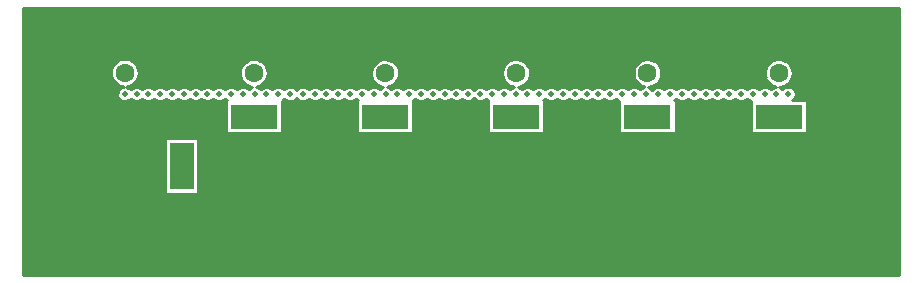
<source format=gbl>
G04 Layer_Physical_Order=2*
G04 Layer_Color=16711680*
%FSLAX25Y25*%
%MOIN*%
G70*
G01*
G75*
%ADD10C,0.01000*%
%ADD13C,0.15748*%
%ADD14R,0.15748X0.07874*%
%ADD15R,0.07874X0.15748*%
%ADD16C,0.06299*%
%ADD17R,0.07874X0.15748*%
%ADD18R,0.15748X0.07874*%
%ADD19C,0.05000*%
%ADD20C,0.01969*%
D10*
X258150Y69000D02*
X258044Y69986D01*
X257731Y70927D01*
X257226Y71781D01*
X256552Y72508D01*
X255739Y73075D01*
X254823Y73457D01*
X253848Y73637D01*
X252857Y73605D01*
X251895Y73364D01*
X251006Y72924D01*
X250231Y72306D01*
X249604Y71538D01*
X249154Y70653D01*
X248903Y69694D01*
X248860Y68704D01*
X249028Y67726D01*
X249400Y66807D01*
X249958Y65987D01*
X250678Y65305D01*
X251526Y64790D01*
X252463Y64467D01*
X214400Y69000D02*
X214293Y69988D01*
X213980Y70931D01*
X213473Y71786D01*
X212796Y72513D01*
X211979Y73080D01*
X211061Y73461D01*
X210084Y73638D01*
X209090Y73603D01*
X208127Y73357D01*
X207238Y72913D01*
X206464Y72290D01*
X205840Y71516D01*
X205395Y70628D01*
X205148Y69665D01*
X205112Y68672D01*
X205288Y67694D01*
X205667Y66776D01*
X206233Y65959D01*
X206960Y65281D01*
X207814Y64773D01*
X208756Y64458D01*
X253555Y64351D02*
X254581Y64478D01*
X255553Y64828D01*
X256424Y65385D01*
X257150Y66120D01*
X257696Y66997D01*
X258035Y67973D01*
X258150Y69000D01*
X259173Y62000D02*
X258963Y63000D01*
X258368Y63831D01*
X257489Y64352D01*
X256475Y64475D01*
X255497Y64180D01*
X254720Y63515D01*
X257927Y59847D02*
X258590Y60401D01*
X259023Y61149D01*
X259173Y62000D01*
X250783Y63515D02*
X250111Y64119D01*
X249267Y64443D01*
X248363D01*
X247519Y64119D01*
X246847Y63515D01*
X242910D02*
X242237Y64119D01*
X241393Y64443D01*
X240489D01*
X239645Y64119D01*
X238972Y63515D01*
X246847D02*
X246174Y64119D01*
X245330Y64443D01*
X244426D01*
X243582Y64119D01*
X242910Y63515D01*
X254720D02*
X253555Y64351D01*
X252463Y64467D02*
X251527Y64161D01*
X250783Y63515D01*
X209914Y64353D02*
X210921Y64500D01*
X211872Y64863D01*
X212722Y65424D01*
X213429Y66156D01*
X213959Y67025D01*
X214288Y67988D01*
X214400Y69000D01*
X235035Y63515D02*
X234363Y64119D01*
X233519Y64443D01*
X232615D01*
X231771Y64119D01*
X231099Y63515D01*
X238972D02*
X238300Y64119D01*
X237456Y64443D01*
X236552D01*
X235708Y64119D01*
X235035Y63515D01*
X227162D02*
X226489Y64119D01*
X225645Y64443D01*
X224741D01*
X223897Y64119D01*
X223224Y63515D01*
X231099D02*
X230426Y64119D01*
X229582Y64443D01*
X228678D01*
X227834Y64119D01*
X227162Y63515D01*
X223224D02*
X222552Y64119D01*
X221708Y64443D01*
X220804D01*
X219960Y64119D01*
X219287Y63515D01*
X218558Y59847D02*
X219287Y60485D01*
Y63515D02*
X218615Y64119D01*
X217771Y64443D01*
X216867D01*
X216023Y64119D01*
X215351Y63515D01*
X214628Y64149D01*
X213719Y64461D01*
X212760Y64405D01*
X211894Y63989D01*
X211250Y63275D01*
X208756Y64458D02*
X207861Y64143D01*
X207150Y63515D01*
X211250Y63275D02*
X210678Y63933D01*
X209914Y64353D01*
X203212Y63515D02*
X202540Y64119D01*
X201696Y64443D01*
X200792D01*
X199948Y64119D01*
X199276Y63515D01*
X207150D02*
X206477Y64119D01*
X205633Y64443D01*
X204729D01*
X203885Y64119D01*
X203212Y63515D01*
X195338D02*
X194666Y64119D01*
X193822Y64443D01*
X192918D01*
X192074Y64119D01*
X191402Y63515D01*
X199276D02*
X198603Y64119D01*
X197759Y64443D01*
X196855D01*
X196011Y64119D01*
X195338Y63515D01*
X187464D02*
X186792Y64119D01*
X185948Y64443D01*
X185044D01*
X184200Y64119D01*
X183528Y63515D01*
X191402D02*
X190729Y64119D01*
X189885Y64443D01*
X188981D01*
X188137Y64119D01*
X187464Y63515D01*
X179590D02*
X178918Y64119D01*
X178074Y64443D01*
X177170D01*
X176326Y64119D01*
X175654Y63515D01*
X183528D02*
X182855Y64119D01*
X182011Y64443D01*
X181107D01*
X180263Y64119D01*
X179590Y63515D01*
X175654D02*
X174981Y64119D01*
X174137Y64443D01*
X173233D01*
X172389Y64119D01*
X171716Y63515D01*
X174924Y59847D02*
X175654Y60485D01*
X171716Y63515D02*
X171044Y64119D01*
X170200Y64443D01*
X169296D01*
X168452Y64119D01*
X167780Y63515D01*
X170650Y69000D02*
X170541Y69999D01*
X170221Y70951D01*
X169703Y71812D01*
X169013Y72541D01*
X168182Y73106D01*
X167249Y73479D01*
X166258Y73642D01*
X165255Y73590D01*
X164287Y73322D01*
X163399Y72854D01*
X162632Y72205D01*
X162022Y71407D01*
X161598Y70496D01*
X161379Y69516D01*
X161376Y68511D01*
X161589Y67530D01*
X162008Y66617D01*
X162613Y65815D01*
X163376Y65162D01*
X164261Y64688D01*
X165228Y64415D01*
X166523Y64380D02*
X167467Y64588D01*
X168348Y64987D01*
X169127Y65559D01*
X169771Y66280D01*
X170252Y67119D01*
X170549Y68038D01*
X170650Y69000D01*
X163842Y63515D02*
X163170Y64119D01*
X162326Y64443D01*
X161422D01*
X160578Y64119D01*
X159906Y63515D01*
X159233Y64119D01*
X158389Y64443D01*
X157485D01*
X156641Y64119D01*
X155968Y63515D01*
X155287Y64125D01*
X154431Y64447D01*
X153517Y64437D01*
X152668Y64097D01*
X152000Y63474D01*
X165228Y64415D02*
X164458Y64084D01*
X163842Y63515D01*
X167780D02*
X167219Y64047D01*
X166523Y64380D01*
X155968Y60485D02*
X156699Y59847D01*
X148031Y63515D02*
X147359Y64119D01*
X146515Y64443D01*
X145611D01*
X144767Y64119D01*
X144095Y63515D01*
X152000Y63474D02*
X151332Y64097D01*
X150483Y64437D01*
X149569Y64447D01*
X148713Y64125D01*
X148031Y63515D01*
X144095D02*
X143422Y64119D01*
X142578Y64443D01*
X141674D01*
X140830Y64119D01*
X140157Y63515D01*
X136221D02*
X135548Y64119D01*
X134704Y64443D01*
X133800D01*
X132956Y64119D01*
X132283Y63515D01*
X140157D02*
X139485Y64119D01*
X138641Y64443D01*
X137737D01*
X136893Y64119D01*
X136221Y63515D01*
X131553Y59847D02*
X132283Y60485D01*
X242910D02*
X243453Y59965D01*
X244126Y59632D01*
X238972Y60485D02*
X239645Y59881D01*
X240489Y59557D01*
X241393D01*
X242237Y59881D01*
X242910Y60485D01*
X235035D02*
X235708Y59881D01*
X236552Y59557D01*
X237456D01*
X238300Y59881D01*
X238972Y60485D01*
X227162D02*
X227834Y59881D01*
X228678Y59557D01*
X229582D01*
X230426Y59881D01*
X231099Y60485D01*
X231771Y59881D01*
X232615Y59557D01*
X233519D01*
X234363Y59881D01*
X235035Y60485D01*
X219287D02*
X219960Y59881D01*
X220804Y59557D01*
X221708D01*
X222552Y59881D01*
X223224Y60485D01*
X223897Y59881D01*
X224741Y59557D01*
X225645D01*
X226489Y59881D01*
X227162Y60485D01*
X199276D02*
X200376Y59672D01*
X191402Y60485D02*
X192074Y59881D01*
X192918Y59557D01*
X193822D01*
X194666Y59881D01*
X195338Y60485D01*
X196011Y59881D01*
X196855Y59557D01*
X197759D01*
X198603Y59881D01*
X199276Y60485D01*
X183528D02*
X184200Y59881D01*
X185044Y59557D01*
X185948D01*
X186792Y59881D01*
X187464Y60485D01*
X188137Y59881D01*
X188981Y59557D01*
X189885D01*
X190729Y59881D01*
X191402Y60485D01*
X175654D02*
X176326Y59881D01*
X177170Y59557D01*
X178074D01*
X178918Y59881D01*
X179590Y60485D01*
X180263Y59881D01*
X181107Y59557D01*
X182011D01*
X182855Y59881D01*
X183528Y60485D01*
X152000Y60526D02*
X152668Y59903D01*
X153517Y59563D01*
X154431Y59553D01*
X155287Y59875D01*
X155968Y60485D01*
X148031D02*
X148713Y59875D01*
X149569Y59553D01*
X150483Y59563D01*
X151332Y59903D01*
X152000Y60526D01*
X140157Y60485D02*
X140830Y59881D01*
X141674Y59557D01*
X142578D01*
X143422Y59881D01*
X144095Y60485D01*
X144767Y59881D01*
X145611Y59557D01*
X146515D01*
X147359Y59881D01*
X148031Y60485D01*
X132283D02*
X132956Y59881D01*
X133800Y59557D01*
X134704D01*
X135548Y59881D01*
X136221Y60485D01*
X136893Y59881D01*
X137737Y59557D01*
X138641D01*
X139485Y59881D01*
X140157Y60485D01*
X123023Y64415D02*
X123921Y64661D01*
X124752Y65081D01*
X125482Y65658D01*
X126083Y66369D01*
X126531Y67185D01*
X126806Y68074D01*
X126900Y69000D01*
X126788Y70010D01*
X126461Y70972D01*
X125931Y71840D01*
X125226Y72572D01*
X124379Y73134D01*
X123430Y73497D01*
X122424Y73646D01*
X121411Y73573D01*
X120437Y73282D01*
X119550Y72785D01*
X118792Y72108D01*
X118199Y71282D01*
X117800Y70347D01*
X117613Y69348D01*
X117649Y68332D01*
X117903Y67349D01*
X118366Y66444D01*
X119015Y65661D01*
X119817Y65038D01*
X120737Y64604D01*
X121728Y64380D01*
X128347Y63515D02*
X127674Y64119D01*
X126830Y64443D01*
X125926D01*
X125082Y64119D01*
X124409Y63515D01*
X123793Y64084D01*
X123023Y64415D01*
X132283Y63515D02*
X131611Y64119D01*
X130767Y64443D01*
X129863D01*
X129019Y64119D01*
X128347Y63515D01*
X120473D02*
X119800Y64119D01*
X118956Y64443D01*
X118052D01*
X117208Y64119D01*
X116535Y63515D01*
X121728Y64380D02*
X121032Y64046D01*
X120473Y63515D01*
X116535D02*
X115863Y64119D01*
X115019Y64443D01*
X114115D01*
X113271Y64119D01*
X112599Y63515D01*
Y60485D02*
X113329Y59847D01*
X108661Y63515D02*
X107989Y64119D01*
X107145Y64443D01*
X106241D01*
X105397Y64119D01*
X104725Y63515D01*
X112599D02*
X111926Y64119D01*
X111082Y64443D01*
X110178D01*
X109334Y64119D01*
X108661Y63515D01*
Y60485D02*
X109334Y59881D01*
X110178Y59557D01*
X111082D01*
X111926Y59881D01*
X112599Y60485D01*
X104725D02*
X105397Y59881D01*
X106241Y59557D01*
X107145D01*
X107989Y59881D01*
X108661Y60485D01*
X100787Y63515D02*
X100115Y64119D01*
X99271Y64443D01*
X98367D01*
X97523Y64119D01*
X96851Y63515D01*
X104725D02*
X104052Y64119D01*
X103208Y64443D01*
X102304D01*
X101460Y64119D01*
X100787Y63515D01*
X96851D02*
X96128Y64149D01*
X95219Y64461D01*
X94260Y64405D01*
X93393Y63989D01*
X92750Y63275D01*
Y60725D02*
X93393Y60011D01*
X94260Y59595D01*
X95219Y59539D01*
X96128Y59851D01*
X96851Y60485D01*
X97523Y59881D01*
X98367Y59557D01*
X99271D01*
X100115Y59881D01*
X100787Y60485D01*
X101460Y59881D01*
X102304Y59557D01*
X103208D01*
X104052Y59881D01*
X104725Y60485D01*
X92750Y63275D02*
X92106Y63989D01*
X91240Y64405D01*
X90281Y64461D01*
X89372Y64149D01*
X88649Y63515D01*
X84712D02*
X84040Y64119D01*
X83196Y64443D01*
X82292D01*
X81448Y64119D01*
X80775Y63515D01*
X88649D02*
X87977Y64119D01*
X87133Y64443D01*
X86229D01*
X85385Y64119D01*
X84712Y63515D01*
X88649Y60485D02*
X89372Y59851D01*
X90281Y59539D01*
X91240Y59595D01*
X92106Y60011D01*
X92750Y60725D01*
X87874Y59821D02*
X88649Y60485D01*
X83150Y69000D02*
X83038Y70014D01*
X82707Y70980D01*
X82174Y71850D01*
X81463Y72583D01*
X80610Y73143D01*
X79656Y73504D01*
X78645Y73647D01*
X77628Y73567D01*
X76652Y73267D01*
X75766Y72761D01*
X75011Y72074D01*
X74425Y71239D01*
X74035Y70296D01*
X73860Y69290D01*
X73908Y68271D01*
X74178Y67287D01*
X74655Y66385D01*
X75319Y65609D01*
X76135Y64997D01*
X77065Y64577D01*
X78065Y64371D01*
X40150Y69110D02*
X40046Y70086D01*
X39740Y71019D01*
X39245Y71866D01*
X38583Y72591D01*
X37783Y73161D01*
X36882Y73550D01*
X35919Y73741D01*
X34938Y73726D01*
X33981Y73505D01*
X33093Y73088D01*
X32311Y72494D01*
X31672Y71750D01*
X31203Y70887D01*
X30926Y69946D01*
X30853Y68967D01*
X30986Y67994D01*
X31321Y67072D01*
X31842Y66240D01*
X32526Y65536D01*
X33343Y64991D01*
X34256Y64630D01*
X35224Y64469D01*
X79339Y64427D02*
X80366Y64741D01*
X81294Y65283D01*
X82072Y66023D01*
X82660Y66923D01*
X83025Y67933D01*
X83150Y69000D01*
X78065Y64371D02*
X77386Y64038D01*
X76838Y63515D01*
X76166Y64119D01*
X75322Y64443D01*
X74418D01*
X73574Y64119D01*
X72901Y63515D01*
X68964D02*
X68292Y64119D01*
X67448Y64443D01*
X66544D01*
X65700Y64119D01*
X65027Y63515D01*
X72901D02*
X72229Y64119D01*
X71385Y64443D01*
X70481D01*
X69637Y64119D01*
X68964Y63515D01*
X45342D02*
X44670Y64119D01*
X43826Y64443D01*
X42922D01*
X42078Y64119D01*
X41405Y63515D01*
X80775D02*
X80138Y64098D01*
X79339Y64427D01*
X68964Y60485D02*
X69695Y59847D01*
X61090Y63515D02*
X60418Y64119D01*
X59574Y64443D01*
X58670D01*
X57826Y64119D01*
X57153Y63515D01*
X65027D02*
X64355Y64119D01*
X63511Y64443D01*
X62607D01*
X61763Y64119D01*
X61090Y63515D01*
X65027Y60485D02*
X65700Y59881D01*
X66544Y59557D01*
X67448D01*
X68292Y59881D01*
X68964Y60485D01*
X57153D02*
X57826Y59881D01*
X58670Y59557D01*
X59574D01*
X60418Y59881D01*
X61090Y60485D01*
X61763Y59881D01*
X62607Y59557D01*
X63511D01*
X64355Y59881D01*
X65027Y60485D01*
X57153Y63515D02*
X56481Y64119D01*
X55637Y64443D01*
X54733D01*
X53889Y64119D01*
X53216Y63515D01*
Y60485D02*
X53889Y59881D01*
X54733Y59557D01*
X55637D01*
X56481Y59881D01*
X57153Y60485D01*
X49279Y63515D02*
X48607Y64119D01*
X47763Y64443D01*
X46859D01*
X46015Y64119D01*
X45342Y63515D01*
X53216D02*
X52544Y64119D01*
X51700Y64443D01*
X50796D01*
X49952Y64119D01*
X49279Y63515D01*
X45342Y60485D02*
X46015Y59881D01*
X46859Y59557D01*
X47763D01*
X48607Y59881D01*
X49279Y60485D01*
X49952Y59881D01*
X50796Y59557D01*
X51700D01*
X52544Y59881D01*
X53216Y60485D01*
X41405D02*
X42078Y59881D01*
X42922Y59557D01*
X43826D01*
X44670Y59881D01*
X45342Y60485D01*
X35776Y64469D02*
X36764Y64636D01*
X37693Y65010D01*
X38521Y65576D01*
X39208Y66305D01*
X39723Y67164D01*
X40042Y68114D01*
X40150Y69110D01*
X41405Y63515D02*
X40733Y64119D01*
X39889Y64443D01*
X38985D01*
X38141Y64119D01*
X37468Y63515D01*
Y60485D02*
X38141Y59881D01*
X38985Y59557D01*
X39889D01*
X40733Y59881D01*
X41405Y60485D01*
X37468Y63515D02*
X36719Y64164D01*
X35776Y64469D01*
X35224D02*
X34296Y64173D01*
X33553Y63543D01*
X33110Y62677D01*
X33033Y61706D01*
X33336Y60781D01*
X33970Y60042D01*
X34840Y59605D01*
X35812Y59535D01*
X36735Y59844D01*
X37468Y60485D01*
X254500Y73541D02*
Y90750D01*
X255500Y73198D02*
Y90750D01*
X253500Y73650D02*
Y90750D01*
X252500Y73541D02*
Y90750D01*
X256500Y72552D02*
Y90750D01*
X257500Y71370D02*
Y90750D01*
X254670Y73500D02*
X293526D01*
X248500Y64464D02*
Y90750D01*
X244500Y64455D02*
Y90750D01*
X240500Y64445D02*
Y90750D01*
X237500Y64434D02*
Y90750D01*
X251500Y73198D02*
Y90750D01*
X250500Y72552D02*
Y90750D01*
X249500Y71370D02*
Y90750D01*
X247500Y64108D02*
Y90750D01*
X258500Y63700D02*
Y90750D01*
X245500Y64405D02*
Y90750D01*
X246500Y63882D02*
Y90750D01*
X261500Y59847D02*
Y90750D01*
X262500Y59847D02*
Y90750D01*
X259500Y59847D02*
Y90750D01*
X260500Y59847D02*
Y90750D01*
X239500Y64024D02*
Y90750D01*
X238500Y63983D02*
Y90750D01*
X236500Y64433D02*
Y90750D01*
X235500Y63977D02*
Y90750D01*
X243500Y64067D02*
Y90750D01*
X242500Y63934D02*
Y90750D01*
X241500Y64420D02*
Y90750D01*
X233500Y64446D02*
Y90750D01*
X232500Y64419D02*
Y90750D01*
X225500Y64465D02*
Y90750D01*
X229500Y64456D02*
Y90750D01*
X217500Y64478D02*
Y90750D01*
X221500Y64472D02*
Y90750D01*
X210920Y73500D02*
X252330D01*
X209500Y73643D02*
Y90750D01*
X210500Y73589D02*
Y90750D01*
X208500Y73478D02*
Y90750D01*
X207500Y73069D02*
Y90750D01*
X212500Y72749D02*
Y90750D01*
X213500Y71749D02*
Y90750D01*
X211500Y73308D02*
Y90750D01*
X226500Y64113D02*
Y90750D01*
X227500Y63875D02*
Y90750D01*
X224500Y64386D02*
Y90750D01*
X223500Y63818D02*
Y90750D01*
X234500Y64029D02*
Y90750D01*
X231500Y63928D02*
Y90750D01*
X228500Y64403D02*
Y90750D01*
X230500Y64072D02*
Y90750D01*
X216500Y64345D02*
Y90750D01*
X218500Y64186D02*
Y90750D01*
X214500Y64218D02*
Y90750D01*
X215500Y63692D02*
Y90750D01*
X220500Y64366D02*
Y90750D01*
X222500Y64150D02*
Y90750D01*
X219500Y63757D02*
Y90750D01*
X257901Y70500D02*
X293526D01*
X258123Y69500D02*
X293526D01*
X256561Y72500D02*
X293526D01*
X257420Y71500D02*
X293526D01*
X258123Y68500D02*
X293526D01*
X257901Y67500D02*
X293526D01*
X257420Y66500D02*
X293526D01*
X256561Y65500D02*
X293526D01*
X256500Y64477D02*
Y65448D01*
X257500Y64348D02*
Y66630D01*
X249500Y64388D02*
Y66630D01*
X254670Y64500D02*
X293526D01*
X255500Y64181D02*
Y64802D01*
X251500Y64146D02*
Y64802D01*
X258669Y63500D02*
X293526D01*
X259122Y62500D02*
X293526D01*
X259122Y61500D02*
X293526D01*
X258669Y60500D02*
X293526D01*
X257927Y59847D02*
X262874D01*
X258500D02*
Y60299D01*
X250500Y63826D02*
Y65448D01*
X254500Y63765D02*
Y64459D01*
X214151Y70500D02*
X249099D01*
X214373Y68500D02*
X248877D01*
X212811Y72500D02*
X250439D01*
X213670Y71500D02*
X249580D01*
X214151Y67500D02*
X249099D01*
X213670Y66500D02*
X249580D01*
X212811Y65500D02*
X250439D01*
X210920Y64500D02*
X252330D01*
X214373Y69500D02*
X248877D01*
X213500Y64481D02*
Y66251D01*
X167170Y73500D02*
X208580D01*
X212500Y64322D02*
Y65251D01*
X210500Y64064D02*
Y64411D01*
X167170Y64500D02*
X208580D01*
X211500Y63622D02*
Y64692D01*
X207500Y63885D02*
Y64931D01*
X211098Y63500D02*
X211402D01*
X218558Y59847D02*
X219124D01*
X193500Y64481D02*
Y90750D01*
X196500Y64350D02*
Y90750D01*
X189500Y64483D02*
Y90750D01*
X192500Y64327D02*
Y90750D01*
X206500Y72325D02*
Y90750D01*
X205500Y70886D02*
Y90750D01*
X197500Y64477D02*
Y90750D01*
X200500Y64370D02*
Y90750D01*
X177500Y64481D02*
Y90750D01*
X178500Y64324D02*
Y90750D01*
X173500Y64477D02*
Y90750D01*
X174500Y64347D02*
Y90750D01*
X185500Y64484D02*
Y90750D01*
X188500Y64302D02*
Y90750D01*
X181500Y64484D02*
Y90750D01*
X190500Y64243D02*
Y90750D01*
X191500Y63635D02*
Y90750D01*
X186500Y64272D02*
Y90750D01*
X187500Y63560D02*
Y90750D01*
X198500Y64179D02*
Y90750D01*
X199500Y63769D02*
Y90750D01*
X194500Y64212D02*
Y90750D01*
X195500Y63705D02*
Y90750D01*
X180500Y64247D02*
Y90750D01*
X179500Y63626D02*
Y90750D01*
X176500Y64216D02*
Y90750D01*
X175500Y63696D02*
Y90750D01*
X184500Y64276D02*
Y90750D01*
X183500Y63551D02*
Y90750D01*
X182500Y64299D02*
Y90750D01*
X165500Y73623D02*
Y90750D01*
X166500Y73623D02*
Y90750D01*
X164500Y73401D02*
Y90750D01*
X163500Y72920D02*
Y90750D01*
X169500Y72061D02*
Y90750D01*
X170500Y70170D02*
Y90750D01*
X167500Y73401D02*
Y90750D01*
X168500Y72920D02*
Y90750D01*
X142500Y64456D02*
Y90750D01*
X146500Y64446D02*
Y90750D01*
X134500Y64472D02*
Y90750D01*
X138500Y64465D02*
Y90750D01*
X162500Y72061D02*
Y90750D01*
X161500Y70170D02*
Y90750D01*
X157500Y64446D02*
Y90750D01*
X145500Y64420D02*
Y90750D01*
X147500Y64026D02*
Y90750D01*
X143500Y64070D02*
Y90750D01*
X144500Y63931D02*
Y90750D01*
X172500Y64183D02*
Y90750D01*
X171500Y63761D02*
Y90750D01*
X158500Y64420D02*
Y90750D01*
X148500Y63980D02*
Y90750D01*
X137500Y64387D02*
Y90750D01*
X136500Y63822D02*
Y90750D01*
X133500Y64368D02*
Y90750D01*
X135500Y64148D02*
Y90750D01*
X141500Y64404D02*
Y90750D01*
X140500Y63878D02*
Y90750D01*
X139500Y64110D02*
Y90750D01*
X170401Y70500D02*
X205349D01*
X170623Y68500D02*
X205127D01*
X169061Y72500D02*
X206689D01*
X169920Y71500D02*
X205830D01*
X170401Y67500D02*
X205349D01*
X205500Y64464D02*
Y67114D01*
X169920Y66500D02*
X205830D01*
X169061Y65500D02*
X206689D01*
X204500Y64389D02*
Y90750D01*
X202500Y64143D02*
Y90750D01*
X170623Y69500D02*
X205127D01*
X201500Y64471D02*
Y90750D01*
X169500Y64472D02*
Y65939D01*
X170500Y64368D02*
Y67830D01*
X168500Y64148D02*
Y65080D01*
X206500Y64105D02*
Y65675D01*
X203500Y63829D02*
Y90750D01*
X167500Y63822D02*
Y64599D01*
X174924Y59847D02*
X175374D01*
X160500Y64070D02*
Y90750D01*
X156500Y64026D02*
Y90750D01*
X159500Y63931D02*
Y90750D01*
X164500Y64110D02*
Y64599D01*
X161500Y64456D02*
Y67830D01*
X162500Y64404D02*
Y65939D01*
X151500Y63980D02*
Y90750D01*
X152500Y63980D02*
Y90750D01*
X149500Y64433D02*
Y90750D01*
X150500Y64433D02*
Y90750D01*
X154500Y64433D02*
Y90750D01*
X155500Y63980D02*
Y90750D01*
X153500Y64433D02*
Y90750D01*
X163500Y63878D02*
Y65080D01*
X132500Y63761D02*
Y90750D01*
X274500Y1750D02*
Y90750D01*
X275500Y1750D02*
Y90750D01*
X272500Y1750D02*
Y90750D01*
X273500Y1750D02*
Y90750D01*
X278500Y1750D02*
Y90750D01*
X279500Y1750D02*
Y90750D01*
X276500Y1750D02*
Y90750D01*
X277500Y1750D02*
Y90750D01*
X267500Y1750D02*
Y90750D01*
X268500Y1750D02*
Y90750D01*
X265500Y1750D02*
Y90750D01*
X266500Y1750D02*
Y90750D01*
X270500Y1750D02*
Y90750D01*
X271500Y1750D02*
Y90750D01*
X269500Y1750D02*
Y90750D01*
X289500Y1750D02*
Y90750D01*
X290500Y1750D02*
Y90750D01*
X287500Y1750D02*
Y90750D01*
X288500Y1750D02*
Y90750D01*
X293500Y1750D02*
Y90750D01*
X293526Y1750D02*
Y90750D01*
X291500Y1750D02*
Y90750D01*
X292500Y1750D02*
Y90750D01*
X282500Y1750D02*
Y90750D01*
X283500Y1750D02*
Y90750D01*
X280500Y1750D02*
Y90750D01*
X281500Y1750D02*
Y90750D01*
X285500Y1750D02*
Y90750D01*
X286500Y1750D02*
Y90750D01*
X284500Y1750D02*
Y90750D01*
X263500Y1750D02*
Y90750D01*
X264500Y1750D02*
Y90750D01*
X244126Y48972D02*
Y59632D01*
X262874Y48972D02*
Y59847D01*
X243500Y1750D02*
Y59933D01*
X235500Y1750D02*
Y60023D01*
X238500Y1750D02*
Y60017D01*
X219124Y48972D02*
Y59847D01*
X239500Y1750D02*
Y59976D01*
X242500Y1750D02*
Y60066D01*
X231500Y1750D02*
Y60072D01*
X234500Y1750D02*
Y59971D01*
X232500Y1750D02*
Y59581D01*
X241500Y1750D02*
Y59579D01*
X228500Y1750D02*
Y59597D01*
X230500Y1750D02*
Y59928D01*
X226500Y1750D02*
Y59887D01*
X227500Y1750D02*
Y60125D01*
X219500Y1750D02*
Y60243D01*
X223500Y1750D02*
Y60182D01*
X222500Y1750D02*
Y59850D01*
X224500Y1750D02*
Y59614D01*
X220500Y1750D02*
Y59634D01*
X262874Y57500D02*
X293526D01*
X262874Y56500D02*
X293526D01*
X262874Y59500D02*
X293526D01*
X262874Y58500D02*
X293526D01*
X262874Y53500D02*
X293526D01*
X262874Y52500D02*
X293526D01*
X262874Y55500D02*
X293526D01*
X262874Y54500D02*
X293526D01*
X262874Y51500D02*
X293526D01*
X262874Y50500D02*
X293526D01*
X262874Y49500D02*
X293526D01*
X262500Y1750D02*
Y48972D01*
X260500Y1750D02*
Y48972D01*
X261500Y1750D02*
Y48972D01*
X259500Y1750D02*
Y48972D01*
X253500Y1750D02*
Y48972D01*
X254500Y1750D02*
Y48972D01*
X251500Y1750D02*
Y48972D01*
X252500Y1750D02*
Y48972D01*
X257500Y1750D02*
Y48972D01*
X258500Y1750D02*
Y48972D01*
X255500Y1750D02*
Y48972D01*
X256500Y1750D02*
Y48972D01*
X246500Y1750D02*
Y48972D01*
X247500Y1750D02*
Y48972D01*
X244500Y1750D02*
Y48972D01*
X245500Y1750D02*
Y48972D01*
X249500Y1750D02*
Y48972D01*
X250500Y1750D02*
Y48972D01*
X248500Y1750D02*
Y48972D01*
X219124Y57500D02*
X244126D01*
X219124Y56500D02*
X244126D01*
X219124Y59500D02*
X244126D01*
X219124Y58500D02*
X244126D01*
X219124Y53500D02*
X244126D01*
Y48972D02*
X262874D01*
X219124Y55500D02*
X244126D01*
X219124Y54500D02*
X244126D01*
X221500Y1750D02*
Y59528D01*
X229500Y1750D02*
Y59544D01*
X219124Y52500D02*
X244126D01*
X219124Y51500D02*
X244126D01*
X219124Y50500D02*
X244126D01*
X219124Y49500D02*
X244126D01*
X200376Y48972D02*
X219124D01*
X237500Y1750D02*
Y59566D01*
X240500Y1750D02*
Y59555D01*
X233500Y1750D02*
Y59554D01*
X236500Y1750D02*
Y59567D01*
X218500Y1750D02*
Y48972D01*
X225500Y1750D02*
Y59535D01*
X217500Y1750D02*
Y48972D01*
X212500Y1750D02*
Y48972D01*
X213500Y1750D02*
Y48972D01*
X210500Y1750D02*
Y48972D01*
X211500Y1750D02*
Y48972D01*
X215500Y1750D02*
Y48972D01*
X216500Y1750D02*
Y48972D01*
X214500Y1750D02*
Y48972D01*
X195500Y1750D02*
Y60295D01*
X200376Y48972D02*
Y59672D01*
X199500Y1750D02*
Y60231D01*
X192500Y1750D02*
Y59673D01*
X194500Y1750D02*
Y59788D01*
X175374Y48972D02*
Y59847D01*
X191500Y1750D02*
Y60365D01*
X156626Y48972D02*
Y59847D01*
X190500Y1750D02*
Y59757D01*
X198500Y1750D02*
Y59821D01*
X183500Y1750D02*
Y60449D01*
X187500Y1750D02*
Y60439D01*
X188500Y1750D02*
Y59698D01*
X196500Y1750D02*
Y59650D01*
X184500Y1750D02*
Y59724D01*
X186500Y1750D02*
Y59728D01*
X176500Y1750D02*
Y59784D01*
X179500Y1750D02*
Y60374D01*
X156500Y1750D02*
Y59974D01*
X175500Y1750D02*
Y60304D01*
X180500Y1750D02*
Y59753D01*
X182500Y1750D02*
Y59701D01*
X178500Y1750D02*
Y59676D01*
X155500Y1750D02*
Y60020D01*
X148500Y1750D02*
Y60020D01*
X153500Y1750D02*
Y59567D01*
X154500Y1750D02*
Y59567D01*
X149500Y1750D02*
Y59567D01*
X150500Y1750D02*
Y59567D01*
X146500Y1750D02*
Y59554D01*
X147500Y1750D02*
Y59974D01*
X131624Y48972D02*
Y59847D01*
X151500Y1750D02*
Y60020D01*
X152500Y1750D02*
Y60020D01*
X143500Y1750D02*
Y59930D01*
X144500Y1750D02*
Y60069D01*
X142500Y1750D02*
Y59544D01*
X145500Y1750D02*
Y59580D01*
X141500Y1750D02*
Y59596D01*
X139500Y1750D02*
Y59890D01*
X140500Y1750D02*
Y60122D01*
X132500Y1750D02*
Y60239D01*
X136500Y1750D02*
Y60178D01*
X135500Y1750D02*
Y59852D01*
X137500Y1750D02*
Y59613D01*
X133500Y1750D02*
Y59632D01*
X175374Y56500D02*
X200376D01*
X175374Y55500D02*
X200376D01*
X175374Y59500D02*
X200376D01*
X175374Y57500D02*
X200376D01*
X203500Y1750D02*
Y48972D01*
X204500Y1750D02*
Y48972D01*
X201500Y1750D02*
Y48972D01*
X202500Y1750D02*
Y48972D01*
X175374Y53500D02*
X200376D01*
X175374Y52500D02*
X200376D01*
X175374Y58500D02*
X200376D01*
X175374Y54500D02*
X200376D01*
X175374Y50500D02*
X200376D01*
X175374Y49500D02*
X200376D01*
X175374Y51500D02*
X200376D01*
X207500Y1750D02*
Y48972D01*
X208500Y1750D02*
Y48972D01*
X193500Y1750D02*
Y59519D01*
X197500Y1750D02*
Y59523D01*
X206500Y1750D02*
Y48972D01*
X209500Y1750D02*
Y48972D01*
X200500Y1750D02*
Y48972D01*
X205500Y1750D02*
Y48972D01*
X185500Y1750D02*
Y59516D01*
X189500Y1750D02*
Y59517D01*
X177500Y1750D02*
Y59519D01*
X181500Y1750D02*
Y59516D01*
X173500Y1750D02*
Y48972D01*
X174500Y1750D02*
Y48972D01*
X172500Y1750D02*
Y48972D01*
X131624Y56500D02*
X156626D01*
X131624Y55500D02*
X156626D01*
X131624Y59500D02*
X156626D01*
X131624Y57500D02*
X156626D01*
X166500Y1750D02*
Y48972D01*
X167500Y1750D02*
Y48972D01*
X156626D02*
X175374D01*
X164500Y1750D02*
Y48972D01*
X131624Y53500D02*
X156626D01*
X131624Y52500D02*
X156626D01*
X131624Y58500D02*
X156626D01*
X131624Y54500D02*
X156626D01*
X131624Y50500D02*
X156626D01*
X131624Y49500D02*
X156626D01*
X131624Y51500D02*
X156626D01*
X165500Y1750D02*
Y48972D01*
X168500Y1750D02*
Y48972D01*
X162500Y1750D02*
Y48972D01*
X163500Y1750D02*
Y48972D01*
X170500Y1750D02*
Y48972D01*
X171500Y1750D02*
Y48972D01*
X169500Y1750D02*
Y48972D01*
X160500Y1750D02*
Y48972D01*
X161500Y1750D02*
Y48972D01*
X134500Y1750D02*
Y59528D01*
X138500Y1750D02*
Y59535D01*
X158500Y1750D02*
Y48972D01*
X159500Y1750D02*
Y48972D01*
X157500Y1750D02*
Y48972D01*
X122500Y73643D02*
Y90750D01*
X123500Y73478D02*
Y90750D01*
X121500Y73589D02*
Y90750D01*
X120500Y73308D02*
Y90750D01*
X126500Y70886D02*
Y90750D01*
X130500Y64477D02*
Y90750D01*
X124500Y73069D02*
Y90750D01*
X125500Y72325D02*
Y90750D01*
X110500Y64481D02*
Y90750D01*
X106500Y64477D02*
Y90750D01*
X102500Y64471D02*
Y90750D01*
X103500Y64370D02*
Y90750D01*
X119500Y72749D02*
Y90750D01*
X118500Y71749D02*
Y90750D01*
X114500Y64483D02*
Y90750D01*
X117500Y64272D02*
Y90750D01*
X116500Y63560D02*
Y90750D01*
X115500Y64302D02*
Y90750D01*
X113500Y64243D02*
Y90750D01*
X129500Y64347D02*
Y90750D01*
X131500Y64183D02*
Y90750D01*
X127500Y64216D02*
Y90750D01*
X128500Y63696D02*
Y90750D01*
X107500Y64350D02*
Y90750D01*
X108500Y63705D02*
Y90750D01*
X105500Y64179D02*
Y90750D01*
X104500Y63769D02*
Y90750D01*
X111500Y64327D02*
Y90750D01*
X112500Y63635D02*
Y90750D01*
X109500Y64212D02*
Y90750D01*
X1750Y89500D02*
X293526D01*
X1750Y88500D02*
X293526D01*
X1750Y90750D02*
X293526D01*
X1750Y90500D02*
X293526D01*
X1750Y85500D02*
X293526D01*
X1750Y84500D02*
X293526D01*
X1750Y87500D02*
X293526D01*
X1750Y86500D02*
X293526D01*
X90500Y64481D02*
Y90750D01*
X86500Y64478D02*
Y90750D01*
X1750Y83500D02*
X293526D01*
X1750Y82500D02*
X293526D01*
X1750Y80500D02*
X293526D01*
X1750Y79500D02*
X293526D01*
X1750Y81500D02*
X293526D01*
X97500Y64105D02*
Y90750D01*
X96500Y63885D02*
Y90750D01*
X94500Y64455D02*
Y90750D01*
X95500Y64406D02*
Y90750D01*
X101500Y64143D02*
Y90750D01*
X100500Y63829D02*
Y90750D01*
X98500Y64464D02*
Y90750D01*
X99500Y64389D02*
Y90750D01*
X89500Y64218D02*
Y90750D01*
X88500Y63692D02*
Y90750D01*
X87500Y64345D02*
Y90750D01*
X85500Y64186D02*
Y90750D01*
X93500Y64064D02*
Y90750D01*
X92500Y63622D02*
Y90750D01*
X91500Y64322D02*
Y90750D01*
X126170Y71500D02*
X162080D01*
X126651Y70500D02*
X161599D01*
X123420Y73500D02*
X164830D01*
X125311Y72500D02*
X162939D01*
X126651Y67500D02*
X161599D01*
X126170Y66500D02*
X162080D01*
X125311Y65500D02*
X162939D01*
X123420Y64500D02*
X164830D01*
X126873Y69500D02*
X161377D01*
X126873Y68500D02*
X161377D01*
X126500Y64481D02*
Y67114D01*
X125500Y64324D02*
Y65675D01*
X118500Y64484D02*
Y66251D01*
X124500Y63626D02*
Y64931D01*
X119500Y64276D02*
Y65251D01*
X120500Y63551D02*
Y64692D01*
X112876Y59847D02*
X113329D01*
X1750Y76500D02*
X293526D01*
X1750Y75500D02*
X293526D01*
X1750Y78500D02*
X293526D01*
X1750Y77500D02*
X293526D01*
X79670Y73500D02*
X121080D01*
X81561Y72500D02*
X119189D01*
X1750Y74500D02*
X293526D01*
X79670Y64500D02*
X121080D01*
X83123Y69500D02*
X117627D01*
X83123Y68500D02*
X117627D01*
X82420Y71500D02*
X118330D01*
X82901Y70500D02*
X117849D01*
X82901Y67500D02*
X117849D01*
X82420Y66500D02*
X118330D01*
X81561Y65500D02*
X119189D01*
X87874Y59500D02*
X112876D01*
X92598Y63500D02*
X92902D01*
X92598Y60500D02*
X92902D01*
X78500Y73650D02*
Y90750D01*
X77500Y73541D02*
Y90750D01*
X76500Y73198D02*
Y90750D01*
X75500Y72552D02*
Y90750D01*
X81500Y72552D02*
Y90750D01*
X82500Y71370D02*
Y90750D01*
X79500Y73541D02*
Y90750D01*
X80500Y73198D02*
Y90750D01*
X63500Y64445D02*
Y90750D01*
X66500Y64434D02*
Y90750D01*
X59500Y64455D02*
Y90750D01*
X62500Y64420D02*
Y90750D01*
X74500Y71370D02*
Y90750D01*
X70500Y64446D02*
Y90750D01*
X67500Y64433D02*
Y90750D01*
X83500Y64366D02*
Y90750D01*
X84500Y63757D02*
Y90750D01*
X73500Y64072D02*
Y90750D01*
X72500Y63928D02*
Y90750D01*
X71500Y64419D02*
Y90750D01*
X69500Y64029D02*
Y90750D01*
X68500Y63977D02*
Y90750D01*
X58500Y64405D02*
Y90750D01*
X60500Y64067D02*
Y90750D01*
X56500Y64108D02*
Y90750D01*
X57500Y63882D02*
Y90750D01*
X64500Y64024D02*
Y90750D01*
X65500Y63983D02*
Y90750D01*
X61500Y63934D02*
Y90750D01*
X38500Y72663D02*
Y90750D01*
X39500Y71481D02*
Y90750D01*
X36500Y73651D02*
Y90750D01*
X37500Y73308D02*
Y90750D01*
X47500Y64477D02*
Y90750D01*
X51500Y64471D02*
Y90750D01*
X37033Y73500D02*
X77330D01*
X43500Y64481D02*
Y90750D01*
X35500Y73760D02*
Y90750D01*
X34500Y73651D02*
Y90750D01*
X33500Y73308D02*
Y90750D01*
X31500Y71481D02*
Y90750D01*
X1750Y73500D02*
X33967D01*
X32500Y72663D02*
Y90750D01*
X1750Y72500D02*
X32318D01*
X50500Y64369D02*
Y90750D01*
X52500Y64146D02*
Y90750D01*
X48500Y64181D02*
Y90750D01*
X49500Y63765D02*
Y90750D01*
X55500Y64464D02*
Y90750D01*
X54500Y64388D02*
Y90750D01*
X53500Y63826D02*
Y90750D01*
X46500Y64348D02*
Y90750D01*
X45500Y63700D02*
Y90750D01*
X42500Y64325D02*
Y90750D01*
X44500Y64214D02*
Y90750D01*
X40500Y64245D02*
Y90750D01*
X41500Y63631D02*
Y90750D01*
X82500Y64472D02*
Y66630D01*
X81500Y64150D02*
Y65448D01*
X80500Y63818D02*
Y64802D01*
X77500Y64113D02*
Y64459D01*
X76500Y63875D02*
Y64802D01*
X74500Y64456D02*
Y66630D01*
X75500Y64403D02*
Y65448D01*
X40133Y69500D02*
X73877D01*
X40109Y68500D02*
X73877D01*
X69126Y59847D02*
X69695D01*
X39937Y70500D02*
X74099D01*
X39862Y67500D02*
X74099D01*
X38682Y72500D02*
X75439D01*
X39489Y71500D02*
X74580D01*
X39348Y66500D02*
X74580D01*
X38430Y65500D02*
X75439D01*
X1750Y64500D02*
X34896D01*
X36104D02*
X77330D01*
X1750Y69500D02*
X30867D01*
X1750Y68500D02*
X30891D01*
X1750Y71500D02*
X31512D01*
X1750Y70500D02*
X31063D01*
X1750Y66500D02*
X31652D01*
X1750Y65500D02*
X32570D01*
X1750Y67500D02*
X31138D01*
X39500Y64483D02*
Y66740D01*
X38500Y64301D02*
Y65558D01*
X37500Y63556D02*
Y64913D01*
X1750Y59500D02*
X69126D01*
X33500Y63474D02*
Y64913D01*
X1750Y63500D02*
X33520D01*
X1750Y61500D02*
X33067D01*
X1750Y60500D02*
X33520D01*
X1750Y62500D02*
X33067D01*
X127500Y1750D02*
Y48972D01*
X128500Y1750D02*
Y48972D01*
X124500Y1750D02*
Y48972D01*
X125500Y1750D02*
Y48972D01*
X130500Y1750D02*
Y48972D01*
X131500Y1750D02*
Y48972D01*
X112876D02*
X131624D01*
X129500Y1750D02*
Y48972D01*
X119500Y1750D02*
Y48972D01*
X120500Y1750D02*
Y48972D01*
X112876D02*
Y59847D01*
X118500Y1750D02*
Y48972D01*
X122500Y1750D02*
Y48972D01*
X123500Y1750D02*
Y48972D01*
X121500Y1750D02*
Y48972D01*
X111500Y1750D02*
Y59673D01*
X112500Y1750D02*
Y60365D01*
X108500Y1750D02*
Y60295D01*
X109500Y1750D02*
Y59788D01*
X117500Y1750D02*
Y48972D01*
X126500Y1750D02*
Y48972D01*
X110500Y1750D02*
Y59519D01*
X116500Y1750D02*
Y48972D01*
X105500Y1750D02*
Y59821D01*
X107500Y1750D02*
Y59650D01*
X101500Y1750D02*
Y59857D01*
X104500Y1750D02*
Y60231D01*
X103500Y1750D02*
Y59630D01*
X106500Y1750D02*
Y59523D01*
X102500Y1750D02*
Y59529D01*
X87874Y56500D02*
X112876D01*
X87874Y55500D02*
X112876D01*
X87874Y58500D02*
X112876D01*
X87874Y57500D02*
X112876D01*
X87874Y52500D02*
X112876D01*
X87874Y51500D02*
X112876D01*
X87874Y54500D02*
X112876D01*
X87874Y53500D02*
X112876D01*
X93500Y1750D02*
Y59936D01*
X95500Y1750D02*
Y59594D01*
X87874Y48972D02*
Y59821D01*
X92500Y1750D02*
Y60378D01*
X87874Y50500D02*
X112876D01*
X94500Y1750D02*
Y59545D01*
X87874Y49500D02*
X112876D01*
X97500Y1750D02*
Y59895D01*
X100500Y1750D02*
Y60171D01*
X89500Y1750D02*
Y59781D01*
X96500Y1750D02*
Y60115D01*
X98500Y1750D02*
Y59536D01*
X99500Y1750D02*
Y59611D01*
X90500Y1750D02*
Y59519D01*
X91500Y1750D02*
Y59678D01*
X82500Y1750D02*
Y48972D01*
X88500Y1750D02*
Y60308D01*
X80500Y1750D02*
Y48972D01*
X81500Y1750D02*
Y48972D01*
X76500Y1750D02*
Y48972D01*
X79500Y1750D02*
Y48972D01*
X75500Y1750D02*
Y48972D01*
X59937Y38500D02*
X293526D01*
X59937Y37500D02*
X293526D01*
X59937Y40500D02*
X293526D01*
X59937Y39500D02*
X293526D01*
X59937Y34500D02*
X293526D01*
X59937Y33500D02*
X293526D01*
X59937Y36500D02*
X293526D01*
X59937Y35500D02*
X293526D01*
X69126Y48972D02*
X87874D01*
X59937Y46500D02*
X293526D01*
X59937Y45500D02*
X293526D01*
X59937Y44500D02*
X293526D01*
X59937Y42500D02*
X293526D01*
X59937Y41500D02*
X293526D01*
X59937Y43500D02*
X293526D01*
X114500Y1750D02*
Y48972D01*
X115500Y1750D02*
Y48972D01*
X59937Y32500D02*
X293526D01*
X113500Y1750D02*
Y48972D01*
X59937Y31500D02*
X293526D01*
X59937Y30500D02*
X293526D01*
X59937Y29500D02*
X293526D01*
X1750Y11500D02*
X293526D01*
X83500Y1750D02*
Y48972D01*
X84500Y1750D02*
Y48972D01*
X77500Y1750D02*
Y48972D01*
X78500Y1750D02*
Y48972D01*
X86500Y1750D02*
Y48972D01*
X87500Y1750D02*
Y48972D01*
X85500Y1750D02*
Y48972D01*
X1750Y21500D02*
X293526D01*
X1750Y20500D02*
X293526D01*
X1750Y23500D02*
X293526D01*
X1750Y22500D02*
X293526D01*
X1750Y17500D02*
X293526D01*
X1750Y16500D02*
X293526D01*
X1750Y19500D02*
X293526D01*
X1750Y18500D02*
X293526D01*
X1750Y28500D02*
X293526D01*
X1750Y27500D02*
X293526D01*
X1750Y48500D02*
X293526D01*
X1750Y47500D02*
X293526D01*
X1750Y25500D02*
X293526D01*
X1750Y24500D02*
X293526D01*
X1750Y26500D02*
X293526D01*
X1750Y5500D02*
X293526D01*
X1750Y4500D02*
X293526D01*
X1750Y7500D02*
X293526D01*
X1750Y6500D02*
X293526D01*
X1750Y2500D02*
X293526D01*
X1750Y1750D02*
X293526D01*
X1750Y3500D02*
X293526D01*
X1750Y13500D02*
X293526D01*
X1750Y12500D02*
X293526D01*
X1750Y15500D02*
X293526D01*
X1750Y14500D02*
X293526D01*
X1750Y9500D02*
X293526D01*
X1750Y8500D02*
X293526D01*
X1750Y10500D02*
X293526D01*
X61500Y1750D02*
Y60066D01*
X68500Y1750D02*
Y60023D01*
X57500Y47374D02*
Y60118D01*
X60500Y1750D02*
Y59933D01*
X69126Y48972D02*
Y59847D01*
X58500Y47374D02*
Y59595D01*
X54500Y47374D02*
Y59612D01*
X56500Y47374D02*
Y59892D01*
X49500Y47374D02*
Y60235D01*
X33500Y1750D02*
Y60526D01*
X31500Y1750D02*
Y66740D01*
X32500Y1750D02*
Y65558D01*
X52500Y47374D02*
Y59854D01*
X53500Y47374D02*
Y60175D01*
X50500Y47374D02*
Y59631D01*
X64500Y1750D02*
Y59976D01*
X65500Y1750D02*
Y60017D01*
X45500Y1750D02*
Y60299D01*
X48500Y1750D02*
Y59819D01*
X46500Y1750D02*
Y59652D01*
X62500Y1750D02*
Y59579D01*
X42500Y1750D02*
Y59675D01*
X44500Y1750D02*
Y59786D01*
X40500Y1750D02*
Y59755D01*
X41500Y1750D02*
Y60369D01*
X30500Y1750D02*
Y90750D01*
X37500Y1750D02*
Y60444D01*
X36500Y1750D02*
Y59726D01*
X38500Y1750D02*
Y59699D01*
X34500Y1750D02*
Y59726D01*
X10500Y1750D02*
Y90750D01*
X11500Y1750D02*
Y90750D01*
X8500Y1750D02*
Y90750D01*
X9500Y1750D02*
Y90750D01*
X14500Y1750D02*
Y90750D01*
X15500Y1750D02*
Y90750D01*
X12500Y1750D02*
Y90750D01*
X13500Y1750D02*
Y90750D01*
X3500Y1750D02*
Y90750D01*
X4500Y1750D02*
Y90750D01*
X1750Y1750D02*
Y90750D01*
X2500Y1750D02*
Y90750D01*
X6500Y1750D02*
Y90750D01*
X7500Y1750D02*
Y90750D01*
X5500Y1750D02*
Y90750D01*
X25500Y1750D02*
Y90750D01*
X26500Y1750D02*
Y90750D01*
X23500Y1750D02*
Y90750D01*
X24500Y1750D02*
Y90750D01*
X28500Y1750D02*
Y90750D01*
X29500Y1750D02*
Y90750D01*
X27500Y1750D02*
Y90750D01*
X18500Y1750D02*
Y90750D01*
X19500Y1750D02*
Y90750D01*
X16500Y1750D02*
Y90750D01*
X17500Y1750D02*
Y90750D01*
X21500Y1750D02*
Y90750D01*
X22500Y1750D02*
Y90750D01*
X20500Y1750D02*
Y90750D01*
X72500Y1750D02*
Y48972D01*
X73500Y1750D02*
Y48972D01*
X63500Y1750D02*
Y59555D01*
X66500Y1750D02*
Y59566D01*
X71500Y1750D02*
Y48972D01*
X74500Y1750D02*
Y48972D01*
X49063Y28626D02*
X59937D01*
X70500Y1750D02*
Y48972D01*
X55500Y47374D02*
Y59536D01*
X59500Y47374D02*
Y59545D01*
X49063Y47374D02*
X59937D01*
X51500D02*
Y59529D01*
X59937Y28626D02*
Y47374D01*
X59500Y1750D02*
Y28626D01*
X49063D02*
Y47374D01*
X67500Y1750D02*
Y59567D01*
X69500Y1750D02*
Y48972D01*
X57500Y1750D02*
Y28626D01*
X58500Y1750D02*
Y28626D01*
X55500Y1750D02*
Y28626D01*
X56500Y1750D02*
Y28626D01*
X53500Y1750D02*
Y28626D01*
X54500Y1750D02*
Y28626D01*
X47500Y1750D02*
Y59523D01*
X51500Y1750D02*
Y28626D01*
X39500Y1750D02*
Y59517D01*
X43500Y1750D02*
Y59519D01*
X50500Y1750D02*
Y28626D01*
X52500Y1750D02*
Y28626D01*
X49500Y1750D02*
Y28626D01*
X1750Y56500D02*
X69126D01*
X1750Y55500D02*
X69126D01*
X1750Y58500D02*
X69126D01*
X1750Y57500D02*
X69126D01*
X1750Y52500D02*
X69126D01*
X1750Y51500D02*
X69126D01*
X1750Y54500D02*
X69126D01*
X1750Y53500D02*
X69126D01*
X1750Y46500D02*
X49063D01*
X1750Y45500D02*
X49063D01*
X1750Y50500D02*
X69126D01*
X1750Y49500D02*
X69126D01*
X1750Y43500D02*
X49063D01*
X1750Y42500D02*
X49063D01*
X1750Y44500D02*
X49063D01*
X1750Y39500D02*
X49063D01*
X1750Y38500D02*
X49063D01*
X1750Y41500D02*
X49063D01*
X1750Y40500D02*
X49063D01*
X1750Y36500D02*
X49063D01*
X1750Y35500D02*
X49063D01*
X1750Y37500D02*
X49063D01*
X1750Y34500D02*
X49063D01*
X35500Y1750D02*
Y59516D01*
X1750Y33500D02*
X49063D01*
X1750Y32500D02*
X49063D01*
X1750Y30500D02*
X49063D01*
X1750Y29500D02*
X49063D01*
X1750Y31500D02*
X49063D01*
D13*
X283465Y78740D02*
D03*
Y11811D02*
D03*
X11811D02*
D03*
Y78740D02*
D03*
D14*
X209750Y54409D02*
D03*
Y30000D02*
D03*
X122250Y54409D02*
D03*
Y30000D02*
D03*
X78500Y54409D02*
D03*
Y30000D02*
D03*
X166000Y54409D02*
D03*
Y30000D02*
D03*
X253500Y54409D02*
D03*
Y30000D02*
D03*
D15*
X228254Y43780D02*
D03*
X140754D02*
D03*
X97004D02*
D03*
X184504D02*
D03*
X272004D02*
D03*
D16*
X253500Y69000D02*
D03*
Y82780D02*
D03*
X209750Y69000D02*
D03*
Y82780D02*
D03*
X166000Y69000D02*
D03*
Y82780D02*
D03*
X122250Y69000D02*
D03*
Y82780D02*
D03*
X78500Y69000D02*
D03*
Y82780D02*
D03*
X35500Y69110D02*
D03*
Y82890D02*
D03*
D17*
X54500Y38000D02*
D03*
X30091D02*
D03*
D18*
X43870Y19496D02*
D03*
D19*
X273500Y70500D02*
D03*
X281000Y55500D02*
D03*
Y25500D02*
D03*
X266000Y55500D02*
D03*
X258500Y40500D02*
D03*
X266000Y25500D02*
D03*
X258500Y10500D02*
D03*
X243500Y40500D02*
D03*
Y10500D02*
D03*
X236000Y25500D02*
D03*
X228500Y10500D02*
D03*
X213500Y40500D02*
D03*
Y10500D02*
D03*
X198500Y40500D02*
D03*
Y10500D02*
D03*
X191000Y25500D02*
D03*
X183500Y10500D02*
D03*
X168500Y40500D02*
D03*
Y10500D02*
D03*
X153500Y40500D02*
D03*
Y10500D02*
D03*
X146000Y25500D02*
D03*
X138500Y10500D02*
D03*
X123500Y40500D02*
D03*
Y10500D02*
D03*
X108500Y40500D02*
D03*
Y10500D02*
D03*
X101000Y25500D02*
D03*
X93500Y10500D02*
D03*
X78500Y40500D02*
D03*
Y10500D02*
D03*
X63500Y40500D02*
D03*
Y10500D02*
D03*
X56000Y25500D02*
D03*
X48500Y10500D02*
D03*
X33500D02*
D03*
X26000Y55500D02*
D03*
X18500Y40500D02*
D03*
X26000Y25500D02*
D03*
D20*
X154000Y62000D02*
D03*
X157937D02*
D03*
X161874D02*
D03*
X165811D02*
D03*
X169748D02*
D03*
X173685D02*
D03*
X177622D02*
D03*
X181559D02*
D03*
X185496D02*
D03*
X189433D02*
D03*
X193370D02*
D03*
X197307D02*
D03*
X201244D02*
D03*
X205181D02*
D03*
X209118D02*
D03*
X256689D02*
D03*
X252752D02*
D03*
X248815D02*
D03*
X244878D02*
D03*
X240941D02*
D03*
X237004D02*
D03*
X233067D02*
D03*
X229130D02*
D03*
X225193D02*
D03*
X221256D02*
D03*
X217319D02*
D03*
X213382D02*
D03*
X94882D02*
D03*
X98819D02*
D03*
X102756D02*
D03*
X106693D02*
D03*
X110630D02*
D03*
X114567D02*
D03*
X118504D02*
D03*
X122441D02*
D03*
X126378D02*
D03*
X130315D02*
D03*
X134252D02*
D03*
X138189D02*
D03*
X142126D02*
D03*
X146063D02*
D03*
X150000D02*
D03*
X90618D02*
D03*
X86681D02*
D03*
X82744D02*
D03*
X78807D02*
D03*
X74870D02*
D03*
X70933D02*
D03*
X66996D02*
D03*
X63059D02*
D03*
X59122D02*
D03*
X55185D02*
D03*
X51248D02*
D03*
X47311D02*
D03*
X43374D02*
D03*
X39437D02*
D03*
X35500D02*
D03*
M02*

</source>
